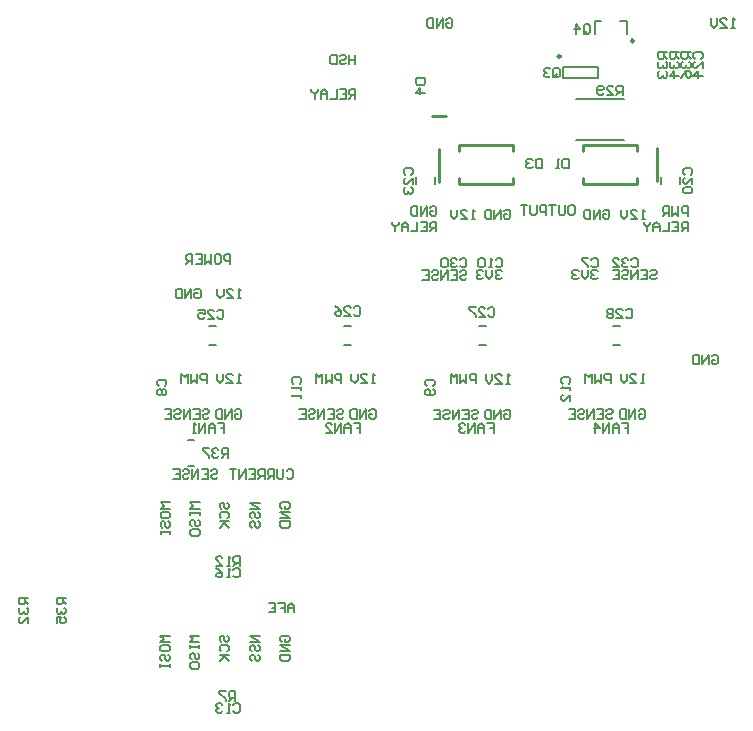
<source format=gbo>
G04*
G04 #@! TF.GenerationSoftware,Altium Limited,Altium Designer,20.0.11 (256)*
G04*
G04 Layer_Color=32896*
%FSLAX25Y25*%
%MOIN*%
G70*
G01*
G75*
%ADD10C,0.00984*%
%ADD12C,0.00787*%
%ADD14C,0.01000*%
%ADD15C,0.00591*%
%ADD16C,0.00600*%
D10*
X184941Y246713D02*
G03*
X184941Y246713I-492J0D01*
G01*
X209350Y251871D02*
G03*
X209350Y251871I-492J0D01*
G01*
D12*
X189961Y232480D02*
X206102D01*
X189961Y218701D02*
X206102D01*
X185630Y239567D02*
X197441D01*
X185630Y243111D02*
X197441D01*
Y239567D02*
Y243111D01*
X185630Y239567D02*
Y243111D01*
X202464Y150394D02*
X204826D01*
X202464Y156693D02*
X204826D01*
X157582Y150394D02*
X159944D01*
X157582Y156693D02*
X159944D01*
X112700Y150394D02*
X115062D01*
X112700Y156693D02*
X115062D01*
X67818D02*
X70180D01*
X67818Y150394D02*
X70180D01*
X142913Y204140D02*
Y206503D01*
X136614Y204140D02*
Y206503D01*
X224803Y204234D02*
Y206596D01*
X218504Y204234D02*
Y206596D01*
X206890Y254233D02*
Y258564D01*
X204724D02*
X206890D01*
X196260Y254233D02*
Y258564D01*
X198425D01*
D14*
X144488Y204921D02*
Y215921D01*
X151110Y204130D02*
X169110D01*
X151110D02*
Y206130D01*
Y217130D02*
X169110D01*
X151110Y215130D02*
Y217130D01*
X169110Y204130D02*
Y206130D01*
Y215130D02*
Y217130D01*
X192307Y204130D02*
Y206130D01*
Y215130D02*
Y217130D01*
X210307Y204130D02*
Y206130D01*
X192307Y204130D02*
X210307D01*
Y215130D02*
Y217130D01*
X192307D02*
X210307D01*
X216929Y205339D02*
Y216339D01*
X142041Y226810D02*
X146765D01*
D15*
X187993Y197046D02*
X189042D01*
X189567Y196521D01*
Y194422D01*
X189042Y193898D01*
X187993D01*
X187468Y194422D01*
Y196521D01*
X187993Y197046D01*
X186418D02*
Y194422D01*
X185894Y193898D01*
X184844D01*
X184319Y194422D01*
Y197046D01*
X183270D02*
X181171D01*
X182220D01*
Y193898D01*
X180121D02*
Y197046D01*
X178547D01*
X178022Y196521D01*
Y195472D01*
X178547Y194947D01*
X180121D01*
X176973Y197046D02*
Y194422D01*
X176448Y193898D01*
X175398D01*
X174873Y194422D01*
Y197046D01*
X173824D02*
X171725D01*
X172775D01*
Y193898D01*
X227362Y193581D02*
Y196730D01*
X225788D01*
X225263Y196205D01*
Y195156D01*
X225788Y194631D01*
X227362D01*
X224214Y196730D02*
Y193581D01*
X223164Y194631D01*
X222115Y193581D01*
Y196730D01*
X221065Y193581D02*
Y196730D01*
X219491D01*
X218966Y196205D01*
Y195156D01*
X219491Y194631D01*
X221065D01*
X220016D02*
X218966Y193581D01*
X227362Y188386D02*
Y191534D01*
X225788D01*
X225263Y191010D01*
Y189960D01*
X225788Y189435D01*
X227362D01*
X226313D02*
X225263Y188386D01*
X222115Y191534D02*
X224214D01*
Y188386D01*
X222115D01*
X224214Y189960D02*
X223164D01*
X221065Y191534D02*
Y188386D01*
X218966D01*
X217916D02*
Y190485D01*
X216867Y191534D01*
X215817Y190485D01*
Y188386D01*
Y189960D01*
X217916D01*
X214768Y191534D02*
Y191010D01*
X213718Y189960D01*
X212669Y191010D01*
Y191534D01*
X213718Y189960D02*
Y188386D01*
X141405Y196205D02*
X141930Y196730D01*
X142979D01*
X143504Y196205D01*
Y194106D01*
X142979Y193581D01*
X141930D01*
X141405Y194106D01*
Y195156D01*
X142454D01*
X140355Y193581D02*
Y196730D01*
X138256Y193581D01*
Y196730D01*
X137207D02*
Y193581D01*
X135633D01*
X135108Y194106D01*
Y196205D01*
X135633Y196730D01*
X137207D01*
X143504Y188386D02*
Y191534D01*
X141930D01*
X141405Y191010D01*
Y189960D01*
X141930Y189435D01*
X143504D01*
X142454D02*
X141405Y188386D01*
X138256Y191534D02*
X140355D01*
Y188386D01*
X138256D01*
X140355Y189960D02*
X139306D01*
X137207Y191534D02*
Y188386D01*
X135108D01*
X134058D02*
Y190485D01*
X133009Y191534D01*
X131959Y190485D01*
Y188386D01*
Y189960D01*
X134058D01*
X130910Y191534D02*
Y191010D01*
X129860Y189960D01*
X128811Y191010D01*
Y191534D01*
X129860Y189960D02*
Y188386D01*
X235302Y146718D02*
X235827Y147243D01*
X236877D01*
X237402Y146718D01*
Y144619D01*
X236877Y144095D01*
X235827D01*
X235302Y144619D01*
Y145669D01*
X236352D01*
X234253Y144095D02*
Y147243D01*
X232154Y144095D01*
Y147243D01*
X231104D02*
Y144095D01*
X229530D01*
X229005Y144619D01*
Y146718D01*
X229530Y147243D01*
X231104D01*
X242908Y256299D02*
X241859D01*
X242384D01*
Y259448D01*
X242908Y258923D01*
X238185Y256299D02*
X240284D01*
X238185Y258398D01*
Y258923D01*
X238710Y259448D01*
X239760D01*
X240284Y258923D01*
X237136Y259448D02*
Y257349D01*
X236086Y256299D01*
X235037Y257349D01*
Y259448D01*
X146720Y258923D02*
X147245Y259448D01*
X148294D01*
X148819Y258923D01*
Y256824D01*
X148294Y256299D01*
X147245D01*
X146720Y256824D01*
Y257874D01*
X147769D01*
X145670Y256299D02*
Y259448D01*
X143571Y256299D01*
Y259448D01*
X142522D02*
Y256299D01*
X140947D01*
X140423Y256824D01*
Y258923D01*
X140947Y259448D01*
X142522D01*
X116535Y232677D02*
Y235826D01*
X114961D01*
X114436Y235301D01*
Y234251D01*
X114961Y233727D01*
X116535D01*
X115486D02*
X114436Y232677D01*
X111288Y235826D02*
X113387D01*
Y232677D01*
X111288D01*
X113387Y234251D02*
X112337D01*
X110238Y235826D02*
Y232677D01*
X108139D01*
X107090D02*
Y234776D01*
X106040Y235826D01*
X104991Y234776D01*
Y232677D01*
Y234251D01*
X107090D01*
X103941Y235826D02*
Y235301D01*
X102892Y234251D01*
X101842Y235301D01*
Y235826D01*
X102892Y234251D02*
Y232677D01*
X116535Y247243D02*
Y244094D01*
Y245669D01*
X114436D01*
Y247243D01*
Y244094D01*
X111288Y246718D02*
X111812Y247243D01*
X112862D01*
X113387Y246718D01*
Y246194D01*
X112862Y245669D01*
X111812D01*
X111288Y245144D01*
Y244619D01*
X111812Y244094D01*
X112862D01*
X113387Y244619D01*
X110238Y247243D02*
Y244094D01*
X108664D01*
X108139Y244619D01*
Y246718D01*
X108664Y247243D01*
X110238D01*
X74803Y177559D02*
Y180708D01*
X73229D01*
X72704Y180183D01*
Y179133D01*
X73229Y178609D01*
X74803D01*
X70080Y180708D02*
X71130D01*
X71655Y180183D01*
Y178084D01*
X71130Y177559D01*
X70080D01*
X69555Y178084D01*
Y180183D01*
X70080Y180708D01*
X68506D02*
Y177559D01*
X67456Y178609D01*
X66407Y177559D01*
Y180708D01*
X63258D02*
X65357D01*
Y177559D01*
X63258D01*
X65357Y179133D02*
X64308D01*
X62209Y177559D02*
Y180708D01*
X60634D01*
X60110Y180183D01*
Y179133D01*
X60634Y178609D01*
X62209D01*
X61159D02*
X60110Y177559D01*
X160499Y124408D02*
X162598D01*
Y122834D01*
X161549D01*
X162598D01*
Y121260D01*
X159450D02*
Y123359D01*
X158400Y124408D01*
X157351Y123359D01*
Y121260D01*
Y122834D01*
X159450D01*
X156301Y121260D02*
Y124408D01*
X154202Y121260D01*
Y124408D01*
X153153Y123884D02*
X152628Y124408D01*
X151578D01*
X151054Y123884D01*
Y123359D01*
X151578Y122834D01*
X152103D01*
X151578D01*
X151054Y122309D01*
Y121785D01*
X151578Y121260D01*
X152628D01*
X153153Y121785D01*
X205381Y124408D02*
X207480D01*
Y122834D01*
X206431D01*
X207480D01*
Y121260D01*
X204332D02*
Y123359D01*
X203282Y124408D01*
X202233Y123359D01*
Y121260D01*
Y122834D01*
X204332D01*
X201183Y121260D02*
Y124408D01*
X199084Y121260D01*
Y124408D01*
X196460Y121260D02*
Y124408D01*
X198035Y122834D01*
X195935D01*
X116011Y124408D02*
X118110D01*
Y122834D01*
X117061D01*
X118110D01*
Y121260D01*
X114962D02*
Y123359D01*
X113912Y124408D01*
X112863Y123359D01*
Y121260D01*
Y122834D01*
X114962D01*
X111813Y121260D02*
Y124408D01*
X109714Y121260D01*
Y124408D01*
X106565Y121260D02*
X108665D01*
X106565Y123359D01*
Y123884D01*
X107090Y124408D01*
X108140D01*
X108665Y123884D01*
X70736Y124408D02*
X72835D01*
Y122834D01*
X71785D01*
X72835D01*
Y121260D01*
X69686D02*
Y123359D01*
X68637Y124408D01*
X67587Y123359D01*
Y121260D01*
Y122834D01*
X69686D01*
X66537Y121260D02*
Y124408D01*
X64438Y121260D01*
Y124408D01*
X63389Y121260D02*
X62339D01*
X62864D01*
Y124408D01*
X63389Y123884D01*
X96063Y61417D02*
Y63516D01*
X95013Y64566D01*
X93964Y63516D01*
Y61417D01*
Y62992D01*
X96063D01*
X90815Y64566D02*
X92914D01*
Y62992D01*
X91865D01*
X92914D01*
Y61417D01*
X87667Y64566D02*
X89766D01*
Y61417D01*
X87667D01*
X89766Y62992D02*
X88716D01*
X93573Y108529D02*
X94098Y109054D01*
X95148D01*
X95672Y108529D01*
Y106430D01*
X95148Y105905D01*
X94098D01*
X93573Y106430D01*
X92524Y109054D02*
Y106430D01*
X91999Y105905D01*
X90949D01*
X90425Y106430D01*
Y109054D01*
X89375Y105905D02*
Y109054D01*
X87801D01*
X87276Y108529D01*
Y107480D01*
X87801Y106955D01*
X89375D01*
X88326D02*
X87276Y105905D01*
X86226D02*
Y109054D01*
X84652D01*
X84127Y108529D01*
Y107480D01*
X84652Y106955D01*
X86226D01*
X85177D02*
X84127Y105905D01*
X80979Y109054D02*
X83078D01*
Y105905D01*
X80979D01*
X83078Y107480D02*
X82028D01*
X79929Y105905D02*
Y109054D01*
X77830Y105905D01*
Y109054D01*
X76781D02*
X74682D01*
X75731D01*
Y105905D01*
X68384Y108529D02*
X68909Y109054D01*
X69959D01*
X70483Y108529D01*
Y108005D01*
X69959Y107480D01*
X68909D01*
X68384Y106955D01*
Y106430D01*
X68909Y105905D01*
X69959D01*
X70483Y106430D01*
X65236Y109054D02*
X67335D01*
Y105905D01*
X65236D01*
X67335Y107480D02*
X66285D01*
X64186Y105905D02*
Y109054D01*
X62087Y105905D01*
Y109054D01*
X58939Y108529D02*
X59463Y109054D01*
X60513D01*
X61038Y108529D01*
Y108005D01*
X60513Y107480D01*
X59463D01*
X58939Y106955D01*
Y106430D01*
X59463Y105905D01*
X60513D01*
X61038Y106430D01*
X55790Y109054D02*
X57889D01*
Y105905D01*
X55790D01*
X57889Y107480D02*
X56840D01*
X92036Y51543D02*
X91511Y52067D01*
Y53117D01*
X92036Y53642D01*
X94135D01*
X94660Y53117D01*
Y52067D01*
X94135Y51543D01*
X93085D01*
Y52592D01*
X94660Y50493D02*
X91511D01*
X94660Y48394D01*
X91511D01*
Y47344D02*
X94660D01*
Y45770D01*
X94135Y45245D01*
X92036D01*
X91511Y45770D01*
Y47344D01*
X54694Y53642D02*
X51545D01*
X52595Y52592D01*
X51545Y51543D01*
X54694D01*
X51545Y48919D02*
Y49968D01*
X52070Y50493D01*
X54169D01*
X54694Y49968D01*
Y48919D01*
X54169Y48394D01*
X52070D01*
X51545Y48919D01*
X52070Y45245D02*
X51545Y45770D01*
Y46820D01*
X52070Y47344D01*
X52595D01*
X53119Y46820D01*
Y45770D01*
X53644Y45245D01*
X54169D01*
X54694Y45770D01*
Y46820D01*
X54169Y47344D01*
X51545Y44196D02*
Y43146D01*
Y43671D01*
X54694D01*
Y44196D01*
Y43146D01*
X64536Y53642D02*
X61388D01*
X62437Y52592D01*
X61388Y51543D01*
X64536D01*
X61388Y50493D02*
Y49444D01*
Y49968D01*
X64536D01*
Y50493D01*
Y49444D01*
X61912Y45770D02*
X61388Y46295D01*
Y47344D01*
X61912Y47869D01*
X62437D01*
X62962Y47344D01*
Y46295D01*
X63487Y45770D01*
X64011D01*
X64536Y46295D01*
Y47344D01*
X64011Y47869D01*
X61388Y43146D02*
Y44196D01*
X61912Y44721D01*
X64011D01*
X64536Y44196D01*
Y43146D01*
X64011Y42622D01*
X61912D01*
X61388Y43146D01*
X71755Y51518D02*
X71230Y52043D01*
Y53093D01*
X71755Y53618D01*
X72280D01*
X72804Y53093D01*
Y52043D01*
X73329Y51518D01*
X73854D01*
X74379Y52043D01*
Y53093D01*
X73854Y53618D01*
X71755Y48370D02*
X71230Y48895D01*
Y49944D01*
X71755Y50469D01*
X73854D01*
X74379Y49944D01*
Y48895D01*
X73854Y48370D01*
X71230Y47320D02*
X74379D01*
X73329D01*
X71230Y45221D01*
X72804Y46795D01*
X74379Y45221D01*
X84615Y53618D02*
X81466D01*
X84615Y51518D01*
X81466D01*
X81991Y48370D02*
X81466Y48895D01*
Y49944D01*
X81991Y50469D01*
X82516D01*
X83041Y49944D01*
Y48895D01*
X83565Y48370D01*
X84090D01*
X84615Y48895D01*
Y49944D01*
X84090Y50469D01*
X81991Y45221D02*
X81466Y45746D01*
Y46795D01*
X81991Y47320D01*
X82516D01*
X83041Y46795D01*
Y45746D01*
X83565Y45221D01*
X84090D01*
X84615Y45746D01*
Y46795D01*
X84090Y47320D01*
X84646Y98007D02*
X81497D01*
X84646Y95908D01*
X81497D01*
X82022Y92760D02*
X81497Y93284D01*
Y94334D01*
X82022Y94859D01*
X82547D01*
X83071Y94334D01*
Y93284D01*
X83596Y92760D01*
X84121D01*
X84646Y93284D01*
Y94334D01*
X84121Y94859D01*
X82022Y89611D02*
X81497Y90136D01*
Y91185D01*
X82022Y91710D01*
X82547D01*
X83071Y91185D01*
Y90136D01*
X83596Y89611D01*
X84121D01*
X84646Y90136D01*
Y91185D01*
X84121Y91710D01*
X71786Y95908D02*
X71261Y96433D01*
Y97483D01*
X71786Y98007D01*
X72310D01*
X72835Y97483D01*
Y96433D01*
X73360Y95908D01*
X73885D01*
X74410Y96433D01*
Y97483D01*
X73885Y98007D01*
X71786Y92760D02*
X71261Y93284D01*
Y94334D01*
X71786Y94859D01*
X73885D01*
X74410Y94334D01*
Y93284D01*
X73885Y92760D01*
X71261Y91710D02*
X74410D01*
X73360D01*
X71261Y89611D01*
X72835Y91185D01*
X74410Y89611D01*
X64567Y98032D02*
X61418D01*
X62468Y96982D01*
X61418Y95932D01*
X64567D01*
X61418Y94883D02*
Y93833D01*
Y94358D01*
X64567D01*
Y94883D01*
Y93833D01*
X61943Y90160D02*
X61418Y90685D01*
Y91734D01*
X61943Y92259D01*
X62468D01*
X62993Y91734D01*
Y90685D01*
X63517Y90160D01*
X64042D01*
X64567Y90685D01*
Y91734D01*
X64042Y92259D01*
X61418Y87536D02*
Y88586D01*
X61943Y89110D01*
X64042D01*
X64567Y88586D01*
Y87536D01*
X64042Y87011D01*
X61943D01*
X61418Y87536D01*
X54724Y98032D02*
X51576D01*
X52625Y96982D01*
X51576Y95932D01*
X54724D01*
X51576Y93309D02*
Y94358D01*
X52101Y94883D01*
X54200D01*
X54724Y94358D01*
Y93309D01*
X54200Y92784D01*
X52101D01*
X51576Y93309D01*
X52101Y89635D02*
X51576Y90160D01*
Y91210D01*
X52101Y91734D01*
X52625D01*
X53150Y91210D01*
Y90160D01*
X53675Y89635D01*
X54200D01*
X54724Y90160D01*
Y91210D01*
X54200Y91734D01*
X51576Y88586D02*
Y87536D01*
Y88061D01*
X54724D01*
Y88586D01*
Y87536D01*
X212992Y192520D02*
X211943D01*
X212467D01*
Y195668D01*
X212992Y195143D01*
X208269Y192520D02*
X210368D01*
X208269Y194619D01*
Y195143D01*
X208794Y195668D01*
X209843D01*
X210368Y195143D01*
X207220Y195668D02*
Y193569D01*
X206170Y192520D01*
X205121Y193569D01*
Y195668D01*
X199082Y195143D02*
X199607Y195668D01*
X200656D01*
X201181Y195143D01*
Y193044D01*
X200656Y192520D01*
X199607D01*
X199082Y193044D01*
Y194094D01*
X200132D01*
X198032Y192520D02*
Y195668D01*
X195933Y192520D01*
Y195668D01*
X194884D02*
Y192520D01*
X193310D01*
X192785Y193044D01*
Y195143D01*
X193310Y195668D01*
X194884D01*
X197244Y175065D02*
X196719Y175590D01*
X195670D01*
X195145Y175065D01*
Y174540D01*
X195670Y174015D01*
X196195D01*
X195670D01*
X195145Y173491D01*
Y172966D01*
X195670Y172441D01*
X196719D01*
X197244Y172966D01*
X194096Y175590D02*
Y173491D01*
X193046Y172441D01*
X191996Y173491D01*
Y175590D01*
X190947Y175065D02*
X190422Y175590D01*
X189373D01*
X188848Y175065D01*
Y174540D01*
X189373Y174015D01*
X189897D01*
X189373D01*
X188848Y173491D01*
Y172966D01*
X189373Y172441D01*
X190422D01*
X190947Y172966D01*
X214830Y175065D02*
X215355Y175590D01*
X216404D01*
X216929Y175065D01*
Y174540D01*
X216404Y174015D01*
X215355D01*
X214830Y173491D01*
Y172966D01*
X215355Y172441D01*
X216404D01*
X216929Y172966D01*
X211682Y175590D02*
X213780D01*
Y172441D01*
X211682D01*
X213780Y174015D02*
X212731D01*
X210632Y172441D02*
Y175590D01*
X208533Y172441D01*
Y175590D01*
X205384Y175065D02*
X205909Y175590D01*
X206959D01*
X207483Y175065D01*
Y174540D01*
X206959Y174015D01*
X205909D01*
X205384Y173491D01*
Y172966D01*
X205909Y172441D01*
X206959D01*
X207483Y172966D01*
X202236Y175590D02*
X204335D01*
Y172441D01*
X202236D01*
X204335Y174015D02*
X203285D01*
X151444Y174864D02*
X151969Y175389D01*
X153018D01*
X153543Y174864D01*
Y174339D01*
X153018Y173814D01*
X151969D01*
X151444Y173290D01*
Y172765D01*
X151969Y172240D01*
X153018D01*
X153543Y172765D01*
X148296Y175389D02*
X150395D01*
Y172240D01*
X148296D01*
X150395Y173814D02*
X149345D01*
X147246Y172240D02*
Y175389D01*
X145147Y172240D01*
Y175389D01*
X141999Y174864D02*
X142523Y175389D01*
X143573D01*
X144097Y174864D01*
Y174339D01*
X143573Y173814D01*
X142523D01*
X141999Y173290D01*
Y172765D01*
X142523Y172240D01*
X143573D01*
X144097Y172765D01*
X138850Y175389D02*
X140949D01*
Y172240D01*
X138850D01*
X140949Y173814D02*
X139899D01*
X165354Y175065D02*
X164830Y175590D01*
X163780D01*
X163255Y175065D01*
Y174540D01*
X163780Y174015D01*
X164305D01*
X163780D01*
X163255Y173491D01*
Y172966D01*
X163780Y172441D01*
X164830D01*
X165354Y172966D01*
X162206Y175590D02*
Y173491D01*
X161156Y172441D01*
X160107Y173491D01*
Y175590D01*
X159057Y175065D02*
X158532Y175590D01*
X157483D01*
X156958Y175065D01*
Y174540D01*
X157483Y174015D01*
X158008D01*
X157483D01*
X156958Y173491D01*
Y172966D01*
X157483Y172441D01*
X158532D01*
X159057Y172966D01*
X166011Y195143D02*
X166536Y195668D01*
X167586D01*
X168110Y195143D01*
Y193044D01*
X167586Y192520D01*
X166536D01*
X166011Y193044D01*
Y194094D01*
X167061D01*
X164962Y192520D02*
Y195668D01*
X162863Y192520D01*
Y195668D01*
X161813D02*
Y192520D01*
X160239D01*
X159714Y193044D01*
Y195143D01*
X160239Y195668D01*
X161813D01*
X156299Y192520D02*
X155250D01*
X155774D01*
Y195668D01*
X156299Y195143D01*
X151576Y192520D02*
X153675D01*
X151576Y194619D01*
Y195143D01*
X152101Y195668D01*
X153151D01*
X153675Y195143D01*
X150527Y195668D02*
Y193569D01*
X149477Y192520D01*
X148428Y193569D01*
Y195668D01*
X212813Y137795D02*
X211764D01*
X212289D01*
Y140944D01*
X212813Y140419D01*
X208091Y137795D02*
X210190D01*
X208091Y139894D01*
Y140419D01*
X208615Y140944D01*
X209665D01*
X210190Y140419D01*
X207041Y140944D02*
Y138845D01*
X205992Y137795D01*
X204942Y138845D01*
Y140944D01*
X201575Y137795D02*
Y140944D01*
X200001D01*
X199476Y140419D01*
Y139370D01*
X200001Y138845D01*
X201575D01*
X198426Y140944D02*
Y137795D01*
X197377Y138845D01*
X196327Y137795D01*
Y140944D01*
X195278Y137795D02*
Y140944D01*
X194228Y139894D01*
X193179Y140944D01*
Y137795D01*
X210893Y128608D02*
X211418Y129133D01*
X212467D01*
X212992Y128608D01*
Y126509D01*
X212467Y125984D01*
X211418D01*
X210893Y126509D01*
Y127559D01*
X211943D01*
X209843Y125984D02*
Y129133D01*
X207745Y125984D01*
Y129133D01*
X206695D02*
Y125984D01*
X205121D01*
X204596Y126509D01*
Y128608D01*
X205121Y129133D01*
X206695D01*
X200183Y128608D02*
X200708Y129133D01*
X201758D01*
X202283Y128608D01*
Y128083D01*
X201758Y127559D01*
X200708D01*
X200183Y127034D01*
Y126509D01*
X200708Y125984D01*
X201758D01*
X202283Y126509D01*
X197035Y129133D02*
X199134D01*
Y125984D01*
X197035D01*
X199134Y127559D02*
X198084D01*
X195985Y125984D02*
Y129133D01*
X193886Y125984D01*
Y129133D01*
X190738Y128608D02*
X191262Y129133D01*
X192312D01*
X192837Y128608D01*
Y128083D01*
X192312Y127559D01*
X191262D01*
X190738Y127034D01*
Y126509D01*
X191262Y125984D01*
X192312D01*
X192837Y126509D01*
X187589Y129133D02*
X189688D01*
Y125984D01*
X187589D01*
X189688Y127559D02*
X188639D01*
X167932Y137658D02*
X166882D01*
X167407D01*
Y140807D01*
X167932Y140282D01*
X163209Y137658D02*
X165308D01*
X163209Y139757D01*
Y140282D01*
X163733Y140807D01*
X164783D01*
X165308Y140282D01*
X162159Y140807D02*
Y138708D01*
X161110Y137658D01*
X160060Y138708D01*
Y140807D01*
X156693Y137795D02*
Y140944D01*
X155119D01*
X154594Y140419D01*
Y139370D01*
X155119Y138845D01*
X156693D01*
X153544Y140944D02*
Y137795D01*
X152495Y138845D01*
X151445Y137795D01*
Y140944D01*
X150396Y137795D02*
Y140944D01*
X149346Y139894D01*
X148297Y140944D01*
Y137795D01*
X166011Y128471D02*
X166536Y128996D01*
X167586D01*
X168110Y128471D01*
Y126372D01*
X167586Y125847D01*
X166536D01*
X166011Y126372D01*
Y127421D01*
X167061D01*
X164962Y125847D02*
Y128996D01*
X162863Y125847D01*
Y128996D01*
X161813D02*
Y125847D01*
X160239D01*
X159714Y126372D01*
Y128471D01*
X160239Y128996D01*
X161813D01*
X155301Y128471D02*
X155826Y128996D01*
X156876D01*
X157401Y128471D01*
Y127946D01*
X156876Y127421D01*
X155826D01*
X155301Y126897D01*
Y126372D01*
X155826Y125847D01*
X156876D01*
X157401Y126372D01*
X152153Y128996D02*
X154252D01*
Y125847D01*
X152153D01*
X154252Y127421D02*
X153202D01*
X151103Y125847D02*
Y128996D01*
X149004Y125847D01*
Y128996D01*
X145856Y128471D02*
X146380Y128996D01*
X147430D01*
X147955Y128471D01*
Y127946D01*
X147430Y127421D01*
X146380D01*
X145856Y126897D01*
Y126372D01*
X146380Y125847D01*
X147430D01*
X147955Y126372D01*
X142707Y128996D02*
X144806D01*
Y125847D01*
X142707D01*
X144806Y127421D02*
X143757D01*
X123050Y137795D02*
X122000D01*
X122525D01*
Y140944D01*
X123050Y140419D01*
X118327Y137795D02*
X120426D01*
X118327Y139894D01*
Y140419D01*
X118852Y140944D01*
X119901D01*
X120426Y140419D01*
X117277Y140944D02*
Y138845D01*
X116228Y137795D01*
X115178Y138845D01*
Y140944D01*
X111811Y137795D02*
Y140944D01*
X110237D01*
X109712Y140419D01*
Y139370D01*
X110237Y138845D01*
X111811D01*
X108662Y140944D02*
Y137795D01*
X107613Y138845D01*
X106563Y137795D01*
Y140944D01*
X105514Y137795D02*
Y140944D01*
X104464Y139894D01*
X103415Y140944D01*
Y137795D01*
X121129Y128608D02*
X121654Y129133D01*
X122704D01*
X123228Y128608D01*
Y126509D01*
X122704Y125984D01*
X121654D01*
X121129Y126509D01*
Y127559D01*
X122179D01*
X120080Y125984D02*
Y129133D01*
X117981Y125984D01*
Y129133D01*
X116931D02*
Y125984D01*
X115357D01*
X114832Y126509D01*
Y128608D01*
X115357Y129133D01*
X116931D01*
X110420Y128608D02*
X110944Y129133D01*
X111994D01*
X112519Y128608D01*
Y128083D01*
X111994Y127559D01*
X110944D01*
X110420Y127034D01*
Y126509D01*
X110944Y125984D01*
X111994D01*
X112519Y126509D01*
X107271Y129133D02*
X109370D01*
Y125984D01*
X107271D01*
X109370Y127559D02*
X108321D01*
X106221Y125984D02*
Y129133D01*
X104122Y125984D01*
Y129133D01*
X100974Y128608D02*
X101499Y129133D01*
X102548D01*
X103073Y128608D01*
Y128083D01*
X102548Y127559D01*
X101499D01*
X100974Y127034D01*
Y126509D01*
X101499Y125984D01*
X102548D01*
X103073Y126509D01*
X97825Y129133D02*
X99924D01*
Y125984D01*
X97825D01*
X99924Y127559D02*
X98875D01*
X65618Y128608D02*
X66142Y129133D01*
X67192D01*
X67716Y128608D01*
Y128083D01*
X67192Y127559D01*
X66142D01*
X65618Y127034D01*
Y126509D01*
X66142Y125984D01*
X67192D01*
X67716Y126509D01*
X62469Y129133D02*
X64568D01*
Y125984D01*
X62469D01*
X64568Y127559D02*
X63518D01*
X61419Y125984D02*
Y129133D01*
X59320Y125984D01*
Y129133D01*
X56172Y128608D02*
X56696Y129133D01*
X57746D01*
X58271Y128608D01*
Y128083D01*
X57746Y127559D01*
X56696D01*
X56172Y127034D01*
Y126509D01*
X56696Y125984D01*
X57746D01*
X58271Y126509D01*
X53023Y129133D02*
X55122D01*
Y125984D01*
X53023D01*
X55122Y127559D02*
X54073D01*
X76327Y128608D02*
X76852Y129133D01*
X77901D01*
X78426Y128608D01*
Y126509D01*
X77901Y125984D01*
X76852D01*
X76327Y126509D01*
Y127559D01*
X77377D01*
X75278Y125984D02*
Y129133D01*
X73179Y125984D01*
Y129133D01*
X72129D02*
Y125984D01*
X70555D01*
X70030Y126509D01*
Y128608D01*
X70555Y129133D01*
X72129D01*
X66929Y137795D02*
Y140944D01*
X65355D01*
X64830Y140419D01*
Y139370D01*
X65355Y138845D01*
X66929D01*
X63780Y140944D02*
Y137795D01*
X62731Y138845D01*
X61681Y137795D01*
Y140944D01*
X60632Y137795D02*
Y140944D01*
X59582Y139894D01*
X58533Y140944D01*
Y137795D01*
X92067Y95932D02*
X91542Y96457D01*
Y97507D01*
X92067Y98032D01*
X94166D01*
X94691Y97507D01*
Y96457D01*
X94166Y95932D01*
X93116D01*
Y96982D01*
X94691Y94883D02*
X91542D01*
X94691Y92784D01*
X91542D01*
Y91734D02*
X94691D01*
Y90160D01*
X94166Y89635D01*
X92067D01*
X91542Y90160D01*
Y91734D01*
X62862Y168766D02*
X63386Y169290D01*
X64436D01*
X64961Y168766D01*
Y166666D01*
X64436Y166142D01*
X63386D01*
X62862Y166666D01*
Y167716D01*
X63911D01*
X61812Y166142D02*
Y169290D01*
X59713Y166142D01*
Y169290D01*
X58663D02*
Y166142D01*
X57089D01*
X56564Y166666D01*
Y168766D01*
X57089Y169290D01*
X58663D01*
X78248Y137795D02*
X77198D01*
X77723D01*
Y140944D01*
X78248Y140419D01*
X73525Y137795D02*
X75624D01*
X73525Y139894D01*
Y140419D01*
X74050Y140944D01*
X75099D01*
X75624Y140419D01*
X72475Y140944D02*
Y138845D01*
X71426Y137795D01*
X70376Y138845D01*
Y140944D01*
X78347Y166142D02*
X77297D01*
X77822D01*
Y169290D01*
X78347Y168766D01*
X73624Y166142D02*
X75723D01*
X73624Y168241D01*
Y168766D01*
X74148Y169290D01*
X75198D01*
X75723Y168766D01*
X72574Y169290D02*
Y167191D01*
X71525Y166142D01*
X70475Y167191D01*
Y169290D01*
X208531Y179002D02*
X209056Y179526D01*
X210105D01*
X210630Y179002D01*
Y176903D01*
X210105Y176378D01*
X209056D01*
X208531Y176903D01*
X207481Y179002D02*
X206957Y179526D01*
X205907D01*
X205382Y179002D01*
Y178477D01*
X205907Y177952D01*
X206432D01*
X205907D01*
X205382Y177427D01*
Y176903D01*
X205907Y176378D01*
X206957D01*
X207481Y176903D01*
X202234Y176378D02*
X204333D01*
X202234Y178477D01*
Y179002D01*
X202758Y179526D01*
X203808D01*
X204333Y179002D01*
X185565Y137665D02*
X185040Y138189D01*
Y139239D01*
X185565Y139764D01*
X187664D01*
X188189Y139239D01*
Y138189D01*
X187664Y137665D01*
X188189Y136615D02*
Y135566D01*
Y136090D01*
X185040D01*
X185565Y136615D01*
X188189Y131892D02*
Y133991D01*
X186090Y131892D01*
X185565D01*
X185040Y132417D01*
Y133467D01*
X185565Y133991D01*
X140290Y136877D02*
X139765Y137402D01*
Y138452D01*
X140290Y138976D01*
X142389D01*
X142913Y138452D01*
Y137402D01*
X142389Y136877D01*
Y135828D02*
X142913Y135303D01*
Y134254D01*
X142389Y133729D01*
X140290D01*
X139765Y134254D01*
Y135303D01*
X140290Y135828D01*
X140814D01*
X141339Y135303D01*
Y133729D01*
X95801Y137665D02*
X95277Y138189D01*
Y139239D01*
X95801Y139764D01*
X97900D01*
X98425Y139239D01*
Y138189D01*
X97900Y137665D01*
X98425Y136615D02*
Y135566D01*
Y136090D01*
X95277D01*
X95801Y136615D01*
X98425Y133991D02*
Y132942D01*
Y133467D01*
X95277D01*
X95801Y133991D01*
X50920Y136877D02*
X50395Y137402D01*
Y138452D01*
X50920Y138976D01*
X53018D01*
X53543Y138452D01*
Y137402D01*
X53018Y136877D01*
X50920Y135828D02*
X50395Y135303D01*
Y134254D01*
X50920Y133729D01*
X51444D01*
X51969Y134254D01*
X52494Y133729D01*
X53018D01*
X53543Y134254D01*
Y135303D01*
X53018Y135828D01*
X52494D01*
X51969Y135303D01*
X51444Y135828D01*
X50920D01*
X51969Y135303D02*
Y134254D01*
X206691Y162054D02*
X207216Y162579D01*
X208265D01*
X208790Y162054D01*
Y159955D01*
X208265Y159430D01*
X207216D01*
X206691Y159955D01*
X203542Y159430D02*
X205642D01*
X203542Y161529D01*
Y162054D01*
X204067Y162579D01*
X205117D01*
X205642Y162054D01*
X202493D02*
X201968Y162579D01*
X200919D01*
X200394Y162054D01*
Y161529D01*
X200919Y161004D01*
X200394Y160480D01*
Y159955D01*
X200919Y159430D01*
X201968D01*
X202493Y159955D01*
Y160480D01*
X201968Y161004D01*
X202493Y161529D01*
Y162054D01*
X201968Y161004D02*
X200919D01*
X160765Y162501D02*
X161290Y163025D01*
X162339D01*
X162864Y162501D01*
Y160402D01*
X162339Y159877D01*
X161290D01*
X160765Y160402D01*
X157616Y159877D02*
X159715D01*
X157616Y161976D01*
Y162501D01*
X158141Y163025D01*
X159191D01*
X159715Y162501D01*
X156567Y163025D02*
X154468D01*
Y162501D01*
X156567Y160402D01*
Y159877D01*
X116011Y162860D02*
X116536Y163385D01*
X117586D01*
X118110Y162860D01*
Y160761D01*
X117586Y160236D01*
X116536D01*
X116011Y160761D01*
X112863Y160236D02*
X114962D01*
X112863Y162335D01*
Y162860D01*
X113387Y163385D01*
X114437D01*
X114962Y162860D01*
X109714Y163385D02*
X110764Y162860D01*
X111813Y161811D01*
Y160761D01*
X111288Y160236D01*
X110239D01*
X109714Y160761D01*
Y161286D01*
X110239Y161811D01*
X111813D01*
X74016Y112992D02*
Y116141D01*
X72441D01*
X71917Y115616D01*
Y114566D01*
X72441Y114042D01*
X74016D01*
X72966D02*
X71917Y112992D01*
X70867Y115616D02*
X70342Y116141D01*
X69293D01*
X68768Y115616D01*
Y115091D01*
X69293Y114566D01*
X69818D01*
X69293D01*
X68768Y114042D01*
Y113517D01*
X69293Y112992D01*
X70342D01*
X70867Y113517D01*
X67719Y116141D02*
X65619D01*
Y115616D01*
X67719Y113517D01*
Y112992D01*
X205613Y233858D02*
Y237007D01*
X204039D01*
X203514Y236482D01*
Y235433D01*
X204039Y234908D01*
X205613D01*
X204564D02*
X203514Y233858D01*
X200365D02*
X202465D01*
X200365Y235957D01*
Y236482D01*
X200890Y237007D01*
X201940D01*
X202465Y236482D01*
X199316Y234383D02*
X198791Y233858D01*
X197742D01*
X197217Y234383D01*
Y236482D01*
X197742Y237007D01*
X198791D01*
X199316Y236482D01*
Y235957D01*
X198791Y235433D01*
X197217D01*
X220472Y248031D02*
X217324D01*
Y246457D01*
X217849Y245932D01*
X218898D01*
X219423Y246457D01*
Y248031D01*
Y246982D02*
X220472Y245932D01*
X217849Y244883D02*
X217324Y244358D01*
Y243309D01*
X217849Y242784D01*
X218373D01*
X218898Y243309D01*
Y243833D01*
Y243309D01*
X219423Y242784D01*
X219948D01*
X220472Y243309D01*
Y244358D01*
X219948Y244883D01*
X217849Y241734D02*
X217324Y241210D01*
Y240160D01*
X217849Y239635D01*
X218373D01*
X218898Y240160D01*
Y240685D01*
Y240160D01*
X219423Y239635D01*
X219948D01*
X220472Y240160D01*
Y241210D01*
X219948Y241734D01*
X228346Y248031D02*
X225198D01*
Y246457D01*
X225723Y245932D01*
X226772D01*
X227297Y246457D01*
Y248031D01*
Y246982D02*
X228346Y245932D01*
X225723Y244883D02*
X225198Y244358D01*
Y243309D01*
X225723Y242784D01*
X226247D01*
X226772Y243309D01*
Y243833D01*
Y243309D01*
X227297Y242784D01*
X227822D01*
X228346Y243309D01*
Y244358D01*
X227822Y244883D01*
X225198Y239635D02*
X225723Y240685D01*
X226772Y241734D01*
X227822D01*
X228346Y241210D01*
Y240160D01*
X227822Y239635D01*
X227297D01*
X226772Y240160D01*
Y241734D01*
X224410Y248031D02*
X221261D01*
Y246457D01*
X221786Y245932D01*
X222835D01*
X223360Y246457D01*
Y248031D01*
Y246982D02*
X224410Y245932D01*
X221786Y244883D02*
X221261Y244358D01*
Y243309D01*
X221786Y242784D01*
X222310D01*
X222835Y243309D01*
Y243833D01*
Y243309D01*
X223360Y242784D01*
X223885D01*
X224410Y243309D01*
Y244358D01*
X223885Y244883D01*
X224410Y240160D02*
X221261D01*
X222835Y241734D01*
Y239635D01*
X20079Y66142D02*
X16930D01*
Y64567D01*
X17455Y64043D01*
X18504D01*
X19029Y64567D01*
Y66142D01*
Y65092D02*
X20079Y64043D01*
X17455Y62993D02*
X16930Y62468D01*
Y61419D01*
X17455Y60894D01*
X17980D01*
X18504Y61419D01*
Y61944D01*
Y61419D01*
X19029Y60894D01*
X19554D01*
X20079Y61419D01*
Y62468D01*
X19554Y62993D01*
X16930Y57745D02*
Y59845D01*
X18504D01*
X17980Y58795D01*
Y58270D01*
X18504Y57745D01*
X19554D01*
X20079Y58270D01*
Y59320D01*
X19554Y59845D01*
X7480Y66142D02*
X4332D01*
Y64567D01*
X4857Y64043D01*
X5906D01*
X6431Y64567D01*
Y66142D01*
Y65092D02*
X7480Y64043D01*
X4857Y62993D02*
X4332Y62468D01*
Y61419D01*
X4857Y60894D01*
X5381D01*
X5906Y61419D01*
Y61944D01*
Y61419D01*
X6431Y60894D01*
X6955D01*
X7480Y61419D01*
Y62468D01*
X6955Y62993D01*
X7480Y57745D02*
Y59845D01*
X5381Y57745D01*
X4857D01*
X4332Y58270D01*
Y59320D01*
X4857Y59845D01*
X77953Y76963D02*
Y80112D01*
X76378D01*
X75854Y79587D01*
Y78538D01*
X76378Y78013D01*
X77953D01*
X76903D02*
X75854Y76963D01*
X74804D02*
X73755D01*
X74279D01*
Y80112D01*
X74804Y79587D01*
X70081Y76963D02*
X72180D01*
X70081Y79062D01*
Y79587D01*
X70606Y80112D01*
X71656D01*
X72180Y79587D01*
X76378Y31890D02*
Y35038D01*
X74804D01*
X74279Y34514D01*
Y33464D01*
X74804Y32939D01*
X76378D01*
X75328D02*
X74279Y31890D01*
X73229Y35038D02*
X71130D01*
Y34514D01*
X73229Y32414D01*
Y31890D01*
X182547Y240287D02*
Y242386D01*
X183071Y242911D01*
X184121D01*
X184646Y242386D01*
Y240287D01*
X184121Y239762D01*
X183071D01*
X183596Y240812D02*
X182547Y239762D01*
X183071D02*
X182547Y240287D01*
X181497Y242386D02*
X180972Y242911D01*
X179923D01*
X179398Y242386D01*
Y241861D01*
X179923Y241337D01*
X180447D01*
X179923D01*
X179398Y240812D01*
Y240287D01*
X179923Y239762D01*
X180972D01*
X181497Y240287D01*
X192586Y254758D02*
Y256857D01*
X193111Y257382D01*
X194160D01*
X194685Y256857D01*
Y254758D01*
X194160Y254233D01*
X193111D01*
X193635Y255283D02*
X192586Y254233D01*
X193111D02*
X192586Y254758D01*
X189962Y254233D02*
Y257382D01*
X191536Y255807D01*
X189437D01*
X178740Y212597D02*
Y209449D01*
X177166D01*
X176641Y209974D01*
Y212073D01*
X177166Y212597D01*
X178740D01*
X175592Y212073D02*
X175067Y212597D01*
X174017D01*
X173493Y212073D01*
Y211548D01*
X174017Y211023D01*
X174542D01*
X174017D01*
X173493Y210498D01*
Y209974D01*
X174017Y209449D01*
X175067D01*
X175592Y209974D01*
X187601Y212597D02*
Y209449D01*
X186027D01*
X185502Y209974D01*
Y212073D01*
X186027Y212597D01*
X187601D01*
X184453Y209449D02*
X183403D01*
X183928D01*
Y212597D01*
X184453Y212073D01*
X136615Y239370D02*
X139764D01*
Y237796D01*
X139239Y237271D01*
X137140D01*
X136615Y237796D01*
Y239370D01*
X139764Y234647D02*
X136615D01*
X138189Y236222D01*
Y234122D01*
X151444Y179002D02*
X151969Y179526D01*
X153018D01*
X153543Y179002D01*
Y176903D01*
X153018Y176378D01*
X151969D01*
X151444Y176903D01*
X150395Y179002D02*
X149870Y179526D01*
X148820D01*
X148296Y179002D01*
Y178477D01*
X148820Y177952D01*
X149345D01*
X148820D01*
X148296Y177427D01*
Y176903D01*
X148820Y176378D01*
X149870D01*
X150395Y176903D01*
X147246Y179002D02*
X146721Y179526D01*
X145672D01*
X145147Y179002D01*
Y176903D01*
X145672Y176378D01*
X146721D01*
X147246Y176903D01*
Y179002D01*
X70422Y161815D02*
X70947Y162340D01*
X71997D01*
X72522Y161815D01*
Y159716D01*
X71997Y159192D01*
X70947D01*
X70422Y159716D01*
X67274Y159192D02*
X69373D01*
X67274Y161291D01*
Y161815D01*
X67799Y162340D01*
X68848D01*
X69373Y161815D01*
X64125Y162340D02*
X66224D01*
Y160766D01*
X65175Y161291D01*
X64650D01*
X64125Y160766D01*
Y159716D01*
X64650Y159192D01*
X65699D01*
X66224Y159716D01*
X133091Y207258D02*
X132567Y207783D01*
Y208832D01*
X133091Y209357D01*
X135191D01*
X135715Y208832D01*
Y207783D01*
X135191Y207258D01*
X135715Y204109D02*
Y206208D01*
X133616Y204109D01*
X133091D01*
X132567Y204634D01*
Y205684D01*
X133091Y206208D01*
Y203060D02*
X132567Y202535D01*
Y201485D01*
X133091Y200961D01*
X133616D01*
X134141Y201485D01*
Y202010D01*
Y201485D01*
X134666Y200961D01*
X135191D01*
X135715Y201485D01*
Y202535D01*
X135191Y203060D01*
X226234Y207350D02*
X225710Y207874D01*
Y208924D01*
X226234Y209449D01*
X228333D01*
X228858Y208924D01*
Y207874D01*
X228333Y207350D01*
X228858Y204201D02*
Y206300D01*
X226759Y204201D01*
X226234D01*
X225710Y204726D01*
Y205775D01*
X226234Y206300D01*
Y203152D02*
X225710Y202627D01*
Y201577D01*
X226234Y201053D01*
X228333D01*
X228858Y201577D01*
Y202627D01*
X228333Y203152D01*
X226234D01*
X229660Y245932D02*
X229135Y246457D01*
Y247507D01*
X229660Y248031D01*
X231759D01*
X232283Y247507D01*
Y246457D01*
X231759Y245932D01*
X232283Y242784D02*
Y244883D01*
X230184Y242784D01*
X229660D01*
X229135Y243309D01*
Y244358D01*
X229660Y244883D01*
X232283Y240160D02*
X229135D01*
X230709Y241734D01*
Y239635D01*
X75854Y75675D02*
X76378Y76199D01*
X77428D01*
X77953Y75675D01*
Y73576D01*
X77428Y73051D01*
X76378D01*
X75854Y73576D01*
X74804Y73051D02*
X73755D01*
X74279D01*
Y76199D01*
X74804Y75675D01*
X70081Y76199D02*
X71131Y75675D01*
X72180Y74625D01*
Y73576D01*
X71656Y73051D01*
X70606D01*
X70081Y73576D01*
Y74100D01*
X70606Y74625D01*
X72180D01*
X75854Y30577D02*
X76379Y31101D01*
X77428D01*
X77953Y30577D01*
Y28477D01*
X77428Y27953D01*
X76379D01*
X75854Y28477D01*
X74804Y27953D02*
X73755D01*
X74279D01*
Y31101D01*
X74804Y30577D01*
X72180D02*
X71656Y31101D01*
X70606D01*
X70081Y30577D01*
Y30052D01*
X70606Y29527D01*
X71131D01*
X70606D01*
X70081Y29002D01*
Y28477D01*
X70606Y27953D01*
X71656D01*
X72180Y28477D01*
X163255Y179002D02*
X163780Y179526D01*
X164830D01*
X165354Y179002D01*
Y176903D01*
X164830Y176378D01*
X163780D01*
X163255Y176903D01*
X162206Y176378D02*
X161156D01*
X161681D01*
Y179526D01*
X162206Y179002D01*
X159582D02*
X159057Y179526D01*
X158008D01*
X157483Y179002D01*
Y176903D01*
X158008Y176378D01*
X159057D01*
X159582Y176903D01*
Y179002D01*
X195145D02*
X195670Y179526D01*
X196719D01*
X197244Y179002D01*
Y176903D01*
X196719Y176378D01*
X195670D01*
X195145Y176903D01*
X194096Y179526D02*
X191996D01*
Y179002D01*
X194096Y176903D01*
Y176378D01*
D16*
X60827Y110289D02*
X62577D01*
X60849Y118754D02*
X62599D01*
M02*

</source>
